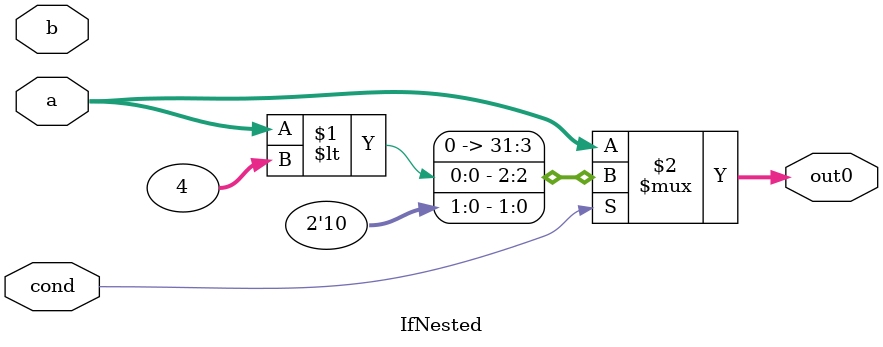
<source format=sv>
module IfNested(	// /home/kerry/repos/Python2Verilog/modulee.py:7
  input  [31:0] a,
                b,
  input         cond,
  output [31:0] out0
);

  assign out0 = cond ? {29'h0, $signed(a) < 32'sh4, 2'h2} : a;	// /home/kerry/repos/Python2Verilog/modulee.py:15, :19, :21, :22
endmodule

</source>
